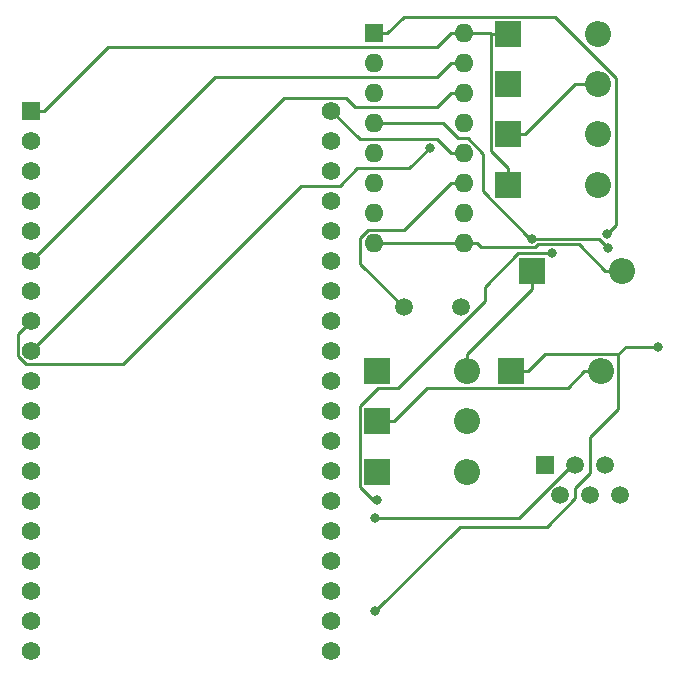
<source format=gbr>
%TF.GenerationSoftware,KiCad,Pcbnew,(5.1.10)-1*%
%TF.CreationDate,2021-06-22T20:16:26+08:00*%
%TF.ProjectId,sm8223,736d3832-3233-42e6-9b69-6361645f7063,rev?*%
%TF.SameCoordinates,Original*%
%TF.FileFunction,Copper,L2,Bot*%
%TF.FilePolarity,Positive*%
%FSLAX46Y46*%
G04 Gerber Fmt 4.6, Leading zero omitted, Abs format (unit mm)*
G04 Created by KiCad (PCBNEW (5.1.10)-1) date 2021-06-22 20:16:26*
%MOMM*%
%LPD*%
G01*
G04 APERTURE LIST*
%TA.AperFunction,ComponentPad*%
%ADD10R,2.200000X2.200000*%
%TD*%
%TA.AperFunction,ComponentPad*%
%ADD11O,2.200000X2.200000*%
%TD*%
%TA.AperFunction,ComponentPad*%
%ADD12C,1.520000*%
%TD*%
%TA.AperFunction,ComponentPad*%
%ADD13R,1.520000X1.520000*%
%TD*%
%TA.AperFunction,ComponentPad*%
%ADD14R,1.600000X1.600000*%
%TD*%
%TA.AperFunction,ComponentPad*%
%ADD15O,1.600000X1.600000*%
%TD*%
%TA.AperFunction,ComponentPad*%
%ADD16R,1.560000X1.560000*%
%TD*%
%TA.AperFunction,ComponentPad*%
%ADD17C,1.560000*%
%TD*%
%TA.AperFunction,ComponentPad*%
%ADD18C,1.500000*%
%TD*%
%TA.AperFunction,ViaPad*%
%ADD19C,0.800000*%
%TD*%
%TA.AperFunction,Conductor*%
%ADD20C,0.250000*%
%TD*%
G04 APERTURE END LIST*
D10*
%TO.P,D2,1*%
%TO.N,VCC*%
X80655000Y-46125000D03*
D11*
%TO.P,D2,2*%
%TO.N,Net-(D2-Pad2)*%
X88275000Y-46125000D03*
%TD*%
%TO.P,D3,2*%
%TO.N,GND*%
X77195000Y-70425000D03*
D10*
%TO.P,D3,1*%
%TO.N,Net-(D2-Pad2)*%
X69575000Y-70425000D03*
%TD*%
%TO.P,D4,1*%
%TO.N,VCC*%
X80945000Y-61925000D03*
D11*
%TO.P,D4,2*%
%TO.N,Net-(D4-Pad2)*%
X88565000Y-61925000D03*
%TD*%
%TO.P,D5,2*%
%TO.N,GND*%
X77195000Y-66175000D03*
D10*
%TO.P,D5,1*%
%TO.N,Net-(D4-Pad2)*%
X69575000Y-66175000D03*
%TD*%
D11*
%TO.P,D6,2*%
%TO.N,GND*%
X88275000Y-41875000D03*
D10*
%TO.P,D6,1*%
%TO.N,Net-(D6-Pad1)*%
X80655000Y-41875000D03*
%TD*%
%TO.P,D7,1*%
%TO.N,Net-(D7-Pad1)*%
X82725000Y-53425000D03*
D11*
%TO.P,D7,2*%
%TO.N,GND*%
X90345000Y-53425000D03*
%TD*%
D10*
%TO.P,D8,1*%
%TO.N,Net-(D8-Pad1)*%
X80655000Y-37625000D03*
D11*
%TO.P,D8,2*%
%TO.N,Net-(D6-Pad1)*%
X88275000Y-37625000D03*
%TD*%
%TO.P,D9,2*%
%TO.N,Net-(D7-Pad1)*%
X77195000Y-61925000D03*
D10*
%TO.P,D9,1*%
%TO.N,Net-(D8-Pad1)*%
X69575000Y-61925000D03*
%TD*%
%TO.P,D10,1*%
%TO.N,VCC*%
X80655000Y-33375000D03*
D11*
%TO.P,D10,2*%
%TO.N,Net-(D10-Pad2)*%
X88275000Y-33375000D03*
%TD*%
D12*
%TO.P,J1,6*%
%TO.N,Net-(J1-Pad6)*%
X90170000Y-72390000D03*
%TO.P,J1,5*%
%TO.N,Net-(J1-Pad5)*%
X88900000Y-69850000D03*
%TO.P,J1,4*%
%TO.N,Net-(C1-Pad2)*%
X87630000Y-72390000D03*
%TO.P,J1,3*%
%TO.N,Net-(C2-Pad2)*%
X86360000Y-69850000D03*
%TO.P,J1,2*%
%TO.N,Net-(J1-Pad2)*%
X85090000Y-72390000D03*
D13*
%TO.P,J1,1*%
%TO.N,Net-(J1-Pad1)*%
X83820000Y-69850000D03*
%TD*%
D14*
%TO.P,U1,1*%
%TO.N,Net-(R5-Pad1)*%
X69325000Y-33325000D03*
D15*
%TO.P,U1,9*%
%TO.N,GND*%
X76945000Y-51105000D03*
%TO.P,U1,2*%
%TO.N,Net-(R10-Pad1)*%
X69325000Y-35865000D03*
%TO.P,U1,10*%
%TO.N,Net-(U1-Pad10)*%
X76945000Y-48565000D03*
%TO.P,U1,3*%
%TO.N,Net-(R12-Pad2)*%
X69325000Y-38405000D03*
%TO.P,U1,11*%
%TO.N,Net-(U1-Pad11)*%
X76945000Y-46025000D03*
%TO.P,U1,4*%
%TO.N,Net-(C5-Pad1)*%
X69325000Y-40945000D03*
%TO.P,U1,12*%
%TO.N,GND*%
X76945000Y-43485000D03*
%TO.P,U1,5*%
%TO.N,Net-(D10-Pad2)*%
X69325000Y-43485000D03*
%TO.P,U1,13*%
%TO.N,Net-(U1-Pad13)*%
X76945000Y-40945000D03*
%TO.P,U1,6*%
%TO.N,Net-(C6-Pad1)*%
X69325000Y-46025000D03*
%TO.P,U1,14*%
%TO.N,Net-(U1-Pad14)*%
X76945000Y-38405000D03*
%TO.P,U1,7*%
%TO.N,Net-(U1-Pad7)*%
X69325000Y-48565000D03*
%TO.P,U1,15*%
%TO.N,Net-(U1-Pad15)*%
X76945000Y-35865000D03*
%TO.P,U1,8*%
%TO.N,GND*%
X69325000Y-51105000D03*
%TO.P,U1,16*%
%TO.N,VCC*%
X76945000Y-33325000D03*
%TD*%
D16*
%TO.P,U2,1*%
%TO.N,VCC*%
X40280000Y-39860000D03*
D17*
%TO.P,U2,2*%
%TO.N,Net-(U2-Pad2)*%
X40280000Y-42400000D03*
%TO.P,U2,19*%
%TO.N,Net-(U2-Pad19)*%
X40280000Y-85580000D03*
%TO.P,U2,3*%
%TO.N,Net-(U2-Pad3)*%
X40280000Y-44940000D03*
%TO.P,U2,4*%
%TO.N,Net-(U2-Pad4)*%
X40280000Y-47480000D03*
%TO.P,U2,5*%
%TO.N,Net-(U1-Pad7)*%
X40280000Y-50020000D03*
%TO.P,U2,6*%
%TO.N,Net-(U1-Pad15)*%
X40280000Y-52560000D03*
%TO.P,U2,7*%
%TO.N,Net-(U2-Pad7)*%
X40280000Y-55100000D03*
%TO.P,U2,8*%
%TO.N,Net-(U1-Pad13)*%
X40280000Y-57640000D03*
%TO.P,U2,9*%
%TO.N,Net-(U1-Pad14)*%
X40280000Y-60180000D03*
%TO.P,U2,10*%
%TO.N,Net-(U2-Pad10)*%
X40280000Y-62720000D03*
%TO.P,U2,11*%
%TO.N,Net-(U2-Pad11)*%
X40280000Y-65260000D03*
%TO.P,U2,12*%
%TO.N,Net-(U2-Pad12)*%
X40280000Y-67800000D03*
%TO.P,U2,13*%
%TO.N,Net-(U2-Pad13)*%
X40280000Y-70340000D03*
%TO.P,U2,14*%
%TO.N,Net-(U2-Pad14)*%
X40280000Y-72880000D03*
%TO.P,U2,15*%
%TO.N,Net-(U2-Pad15)*%
X40280000Y-75420000D03*
%TO.P,U2,16*%
%TO.N,Net-(U2-Pad16)*%
X40280000Y-77960000D03*
%TO.P,U2,17*%
%TO.N,Net-(U2-Pad17)*%
X40280000Y-80500000D03*
%TO.P,U2,18*%
%TO.N,Net-(U2-Pad18)*%
X40280000Y-83040000D03*
%TO.P,U2,20*%
%TO.N,GND*%
X65680000Y-39860000D03*
%TO.P,U2,21*%
%TO.N,Net-(U2-Pad21)*%
X65680000Y-42400000D03*
%TO.P,U2,22*%
%TO.N,Net-(U2-Pad22)*%
X65680000Y-44940000D03*
%TO.P,U2,23*%
%TO.N,Net-(U2-Pad23)*%
X65680000Y-47480000D03*
%TO.P,U2,24*%
%TO.N,Net-(U2-Pad24)*%
X65680000Y-50020000D03*
%TO.P,U2,25*%
%TO.N,Net-(U2-Pad25)*%
X65680000Y-52560000D03*
%TO.P,U2,26*%
%TO.N,Net-(U2-Pad26)*%
X65680000Y-55100000D03*
%TO.P,U2,27*%
%TO.N,Net-(U2-Pad27)*%
X65680000Y-57640000D03*
%TO.P,U2,28*%
%TO.N,Net-(U2-Pad28)*%
X65680000Y-60180000D03*
%TO.P,U2,29*%
%TO.N,Net-(U2-Pad29)*%
X65680000Y-62720000D03*
%TO.P,U2,30*%
%TO.N,Net-(U2-Pad30)*%
X65680000Y-65260000D03*
%TO.P,U2,31*%
%TO.N,Net-(U2-Pad31)*%
X65680000Y-67800000D03*
%TO.P,U2,32*%
%TO.N,Net-(U2-Pad32)*%
X65680000Y-70340000D03*
%TO.P,U2,33*%
%TO.N,Net-(U2-Pad33)*%
X65680000Y-72880000D03*
%TO.P,U2,34*%
%TO.N,Net-(U2-Pad34)*%
X65680000Y-75420000D03*
%TO.P,U2,35*%
%TO.N,Net-(U2-Pad35)*%
X65680000Y-77960000D03*
%TO.P,U2,36*%
%TO.N,Net-(U2-Pad36)*%
X65680000Y-80500000D03*
%TO.P,U2,37*%
%TO.N,Net-(U2-Pad37)*%
X65680000Y-83040000D03*
%TO.P,U2,38*%
%TO.N,Net-(U2-Pad38)*%
X65680000Y-85580000D03*
%TD*%
D18*
%TO.P,Y1,1*%
%TO.N,Net-(U1-Pad11)*%
X71825000Y-56475000D03*
%TO.P,Y1,2*%
%TO.N,Net-(U1-Pad10)*%
X76705000Y-56475000D03*
%TD*%
D19*
%TO.N,Net-(C2-Pad2)*%
X69405000Y-74348200D03*
%TO.N,Net-(C4-Pad1)*%
X69591600Y-72846200D03*
X84430300Y-51907100D03*
%TO.N,Net-(C5-Pad1)*%
X89171000Y-51520800D03*
X82680400Y-50697900D03*
%TO.N,VCC*%
X69405000Y-82250000D03*
X93375000Y-59855800D03*
%TO.N,Net-(R5-Pad1)*%
X89007800Y-50316600D03*
%TO.N,Net-(U1-Pad13)*%
X74061500Y-43009100D03*
%TD*%
D20*
%TO.N,Net-(C2-Pad2)*%
X86360000Y-69850000D02*
X86095000Y-69850000D01*
X86095000Y-69850000D02*
X81596800Y-74348200D01*
X81596800Y-74348200D02*
X69405000Y-74348200D01*
%TO.N,Net-(C4-Pad1)*%
X69591600Y-72846200D02*
X69256900Y-72846200D01*
X69256900Y-72846200D02*
X68149600Y-71738900D01*
X68149600Y-71738900D02*
X68149600Y-64850900D01*
X68149600Y-64850900D02*
X69650000Y-63350500D01*
X69650000Y-63350500D02*
X71350700Y-63350500D01*
X71350700Y-63350500D02*
X78694000Y-56007200D01*
X78694000Y-56007200D02*
X78694000Y-54763500D01*
X78694000Y-54763500D02*
X81550400Y-51907100D01*
X81550400Y-51907100D02*
X84430300Y-51907100D01*
%TO.N,GND*%
X78070300Y-51105000D02*
X78388500Y-51423200D01*
X78388500Y-51423200D02*
X82980900Y-51423200D01*
X82980900Y-51423200D02*
X83235900Y-51168200D01*
X83235900Y-51168200D02*
X86662900Y-51168200D01*
X86662900Y-51168200D02*
X88919700Y-53425000D01*
X76945000Y-51105000D02*
X78070300Y-51105000D01*
X69325000Y-51105000D02*
X76945000Y-51105000D01*
X90345000Y-53425000D02*
X88919700Y-53425000D01*
X75819700Y-43485000D02*
X74618500Y-42283800D01*
X74618500Y-42283800D02*
X68103800Y-42283800D01*
X68103800Y-42283800D02*
X65680000Y-39860000D01*
X76945000Y-43485000D02*
X75819700Y-43485000D01*
%TO.N,Net-(C5-Pad1)*%
X82680400Y-50697900D02*
X88348100Y-50697900D01*
X88348100Y-50697900D02*
X89171000Y-51520800D01*
X69325000Y-40945000D02*
X75144800Y-40945000D01*
X75144800Y-40945000D02*
X76414800Y-42215000D01*
X76414800Y-42215000D02*
X77271200Y-42215000D01*
X77271200Y-42215000D02*
X78566500Y-43510300D01*
X78566500Y-43510300D02*
X78566500Y-46698300D01*
X78566500Y-46698300D02*
X82566100Y-50697900D01*
X82566100Y-50697900D02*
X82680400Y-50697900D01*
%TO.N,VCC*%
X90005700Y-60480200D02*
X83815100Y-60480200D01*
X83815100Y-60480200D02*
X82370300Y-61925000D01*
X93375000Y-59855800D02*
X90630100Y-59855800D01*
X90630100Y-59855800D02*
X90005700Y-60480200D01*
X90005700Y-60480200D02*
X90005700Y-65095300D01*
X90005700Y-65095300D02*
X87630000Y-67471000D01*
X87630000Y-67471000D02*
X87630000Y-70565600D01*
X87630000Y-70565600D02*
X86360000Y-71835600D01*
X86360000Y-71835600D02*
X86360000Y-72655600D01*
X86360000Y-72655600D02*
X83942000Y-75073600D01*
X83942000Y-75073600D02*
X76581400Y-75073600D01*
X76581400Y-75073600D02*
X69405000Y-82250000D01*
X76945000Y-33325000D02*
X75819700Y-33325000D01*
X40280000Y-39860000D02*
X41385300Y-39860000D01*
X41385300Y-39860000D02*
X46795000Y-34450300D01*
X46795000Y-34450300D02*
X74694400Y-34450300D01*
X74694400Y-34450300D02*
X75819700Y-33325000D01*
X80945000Y-61925000D02*
X82370300Y-61925000D01*
X80655000Y-46125000D02*
X80655000Y-44699700D01*
X79229700Y-33375000D02*
X79229700Y-43274400D01*
X79229700Y-43274400D02*
X80655000Y-44699700D01*
X79342300Y-33375000D02*
X79229700Y-33375000D01*
X80655000Y-33375000D02*
X79342300Y-33375000D01*
X76945000Y-33325000D02*
X79179700Y-33325000D01*
X79179700Y-33325000D02*
X79229700Y-33375000D01*
%TO.N,Net-(D4-Pad2)*%
X71000300Y-66175000D02*
X73825000Y-63350300D01*
X73825000Y-63350300D02*
X85714400Y-63350300D01*
X85714400Y-63350300D02*
X87139700Y-61925000D01*
X88565000Y-61925000D02*
X87139700Y-61925000D01*
X69575000Y-66175000D02*
X71000300Y-66175000D01*
%TO.N,Net-(D6-Pad1)*%
X80655000Y-41875000D02*
X82080300Y-41875000D01*
X82080300Y-41875000D02*
X86330300Y-37625000D01*
X86330300Y-37625000D02*
X88275000Y-37625000D01*
%TO.N,Net-(D7-Pad1)*%
X77195000Y-61925000D02*
X77195000Y-60499700D01*
X77195000Y-60499700D02*
X82725000Y-54969700D01*
X82725000Y-54969700D02*
X82725000Y-54850300D01*
X82725000Y-53425000D02*
X82725000Y-54850300D01*
%TO.N,Net-(R5-Pad1)*%
X69325000Y-33325000D02*
X70450300Y-33325000D01*
X70450300Y-33325000D02*
X71825700Y-31949600D01*
X71825700Y-31949600D02*
X84684200Y-31949600D01*
X84684200Y-31949600D02*
X89798200Y-37063600D01*
X89798200Y-37063600D02*
X89798200Y-49526200D01*
X89798200Y-49526200D02*
X89007800Y-50316600D01*
%TO.N,Net-(U1-Pad11)*%
X76945000Y-46025000D02*
X75819700Y-46025000D01*
X71825000Y-56475000D02*
X68168300Y-52818300D01*
X68168300Y-52818300D02*
X68168300Y-50637800D01*
X68168300Y-50637800D02*
X68826500Y-49979600D01*
X68826500Y-49979600D02*
X71865100Y-49979600D01*
X71865100Y-49979600D02*
X75819700Y-46025000D01*
%TO.N,Net-(U1-Pad13)*%
X40280000Y-57640000D02*
X39149500Y-58770500D01*
X39149500Y-58770500D02*
X39149500Y-60622400D01*
X39149500Y-60622400D02*
X39821900Y-61294800D01*
X39821900Y-61294800D02*
X48032700Y-61294800D01*
X48032700Y-61294800D02*
X63117500Y-46210000D01*
X63117500Y-46210000D02*
X66445700Y-46210000D01*
X66445700Y-46210000D02*
X67900700Y-44755000D01*
X67900700Y-44755000D02*
X72315600Y-44755000D01*
X72315600Y-44755000D02*
X74061500Y-43009100D01*
%TO.N,Net-(U1-Pad14)*%
X40280000Y-60180000D02*
X61712800Y-38747200D01*
X61712800Y-38747200D02*
X66949100Y-38747200D01*
X66949100Y-38747200D02*
X67732200Y-39530300D01*
X67732200Y-39530300D02*
X74694400Y-39530300D01*
X74694400Y-39530300D02*
X75819700Y-38405000D01*
X76945000Y-38405000D02*
X75819700Y-38405000D01*
%TO.N,Net-(U1-Pad15)*%
X76945000Y-35865000D02*
X75819700Y-35865000D01*
X40280000Y-52560000D02*
X55849700Y-36990300D01*
X55849700Y-36990300D02*
X74694400Y-36990300D01*
X74694400Y-36990300D02*
X75819700Y-35865000D01*
%TD*%
M02*

</source>
